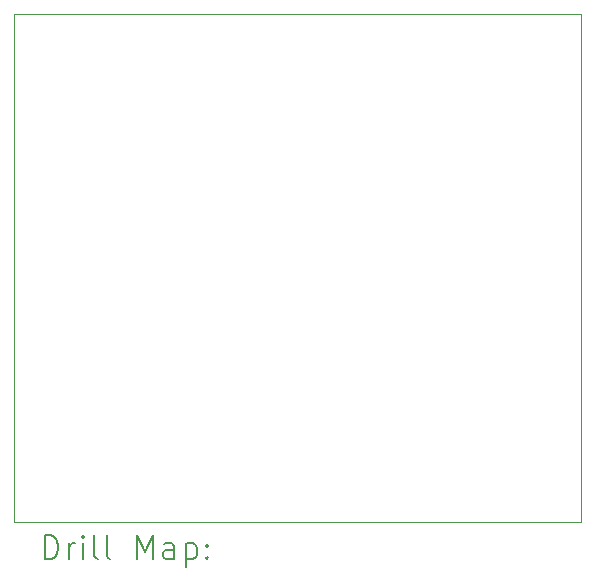
<source format=gbr>
%TF.GenerationSoftware,KiCad,Pcbnew,8.0.5*%
%TF.CreationDate,2024-12-03T21:43:24+01:00*%
%TF.ProjectId,DMH_Mixer_PCB_Conn,444d485f-4d69-4786-9572-5f5043425f43,1*%
%TF.SameCoordinates,Original*%
%TF.FileFunction,Drillmap*%
%TF.FilePolarity,Positive*%
%FSLAX45Y45*%
G04 Gerber Fmt 4.5, Leading zero omitted, Abs format (unit mm)*
G04 Created by KiCad (PCBNEW 8.0.5) date 2024-12-03 21:43:24*
%MOMM*%
%LPD*%
G01*
G04 APERTURE LIST*
%ADD10C,0.050000*%
%ADD11C,0.200000*%
G04 APERTURE END LIST*
D10*
X5100000Y-17450000D02*
X9900000Y-17450000D01*
X9900000Y-21750000D01*
X5100000Y-21750000D01*
X5100000Y-17450000D01*
D11*
X5358277Y-22063984D02*
X5358277Y-21863984D01*
X5358277Y-21863984D02*
X5405896Y-21863984D01*
X5405896Y-21863984D02*
X5434467Y-21873508D01*
X5434467Y-21873508D02*
X5453515Y-21892555D01*
X5453515Y-21892555D02*
X5463039Y-21911603D01*
X5463039Y-21911603D02*
X5472563Y-21949698D01*
X5472563Y-21949698D02*
X5472563Y-21978270D01*
X5472563Y-21978270D02*
X5463039Y-22016365D01*
X5463039Y-22016365D02*
X5453515Y-22035412D01*
X5453515Y-22035412D02*
X5434467Y-22054460D01*
X5434467Y-22054460D02*
X5405896Y-22063984D01*
X5405896Y-22063984D02*
X5358277Y-22063984D01*
X5558277Y-22063984D02*
X5558277Y-21930650D01*
X5558277Y-21968746D02*
X5567801Y-21949698D01*
X5567801Y-21949698D02*
X5577324Y-21940174D01*
X5577324Y-21940174D02*
X5596372Y-21930650D01*
X5596372Y-21930650D02*
X5615420Y-21930650D01*
X5682086Y-22063984D02*
X5682086Y-21930650D01*
X5682086Y-21863984D02*
X5672562Y-21873508D01*
X5672562Y-21873508D02*
X5682086Y-21883031D01*
X5682086Y-21883031D02*
X5691610Y-21873508D01*
X5691610Y-21873508D02*
X5682086Y-21863984D01*
X5682086Y-21863984D02*
X5682086Y-21883031D01*
X5805896Y-22063984D02*
X5786848Y-22054460D01*
X5786848Y-22054460D02*
X5777324Y-22035412D01*
X5777324Y-22035412D02*
X5777324Y-21863984D01*
X5910658Y-22063984D02*
X5891610Y-22054460D01*
X5891610Y-22054460D02*
X5882086Y-22035412D01*
X5882086Y-22035412D02*
X5882086Y-21863984D01*
X6139229Y-22063984D02*
X6139229Y-21863984D01*
X6139229Y-21863984D02*
X6205896Y-22006841D01*
X6205896Y-22006841D02*
X6272562Y-21863984D01*
X6272562Y-21863984D02*
X6272562Y-22063984D01*
X6453515Y-22063984D02*
X6453515Y-21959222D01*
X6453515Y-21959222D02*
X6443991Y-21940174D01*
X6443991Y-21940174D02*
X6424943Y-21930650D01*
X6424943Y-21930650D02*
X6386848Y-21930650D01*
X6386848Y-21930650D02*
X6367801Y-21940174D01*
X6453515Y-22054460D02*
X6434467Y-22063984D01*
X6434467Y-22063984D02*
X6386848Y-22063984D01*
X6386848Y-22063984D02*
X6367801Y-22054460D01*
X6367801Y-22054460D02*
X6358277Y-22035412D01*
X6358277Y-22035412D02*
X6358277Y-22016365D01*
X6358277Y-22016365D02*
X6367801Y-21997317D01*
X6367801Y-21997317D02*
X6386848Y-21987793D01*
X6386848Y-21987793D02*
X6434467Y-21987793D01*
X6434467Y-21987793D02*
X6453515Y-21978270D01*
X6548753Y-21930650D02*
X6548753Y-22130650D01*
X6548753Y-21940174D02*
X6567801Y-21930650D01*
X6567801Y-21930650D02*
X6605896Y-21930650D01*
X6605896Y-21930650D02*
X6624943Y-21940174D01*
X6624943Y-21940174D02*
X6634467Y-21949698D01*
X6634467Y-21949698D02*
X6643991Y-21968746D01*
X6643991Y-21968746D02*
X6643991Y-22025889D01*
X6643991Y-22025889D02*
X6634467Y-22044936D01*
X6634467Y-22044936D02*
X6624943Y-22054460D01*
X6624943Y-22054460D02*
X6605896Y-22063984D01*
X6605896Y-22063984D02*
X6567801Y-22063984D01*
X6567801Y-22063984D02*
X6548753Y-22054460D01*
X6729705Y-22044936D02*
X6739229Y-22054460D01*
X6739229Y-22054460D02*
X6729705Y-22063984D01*
X6729705Y-22063984D02*
X6720182Y-22054460D01*
X6720182Y-22054460D02*
X6729705Y-22044936D01*
X6729705Y-22044936D02*
X6729705Y-22063984D01*
X6729705Y-21940174D02*
X6739229Y-21949698D01*
X6739229Y-21949698D02*
X6729705Y-21959222D01*
X6729705Y-21959222D02*
X6720182Y-21949698D01*
X6720182Y-21949698D02*
X6729705Y-21940174D01*
X6729705Y-21940174D02*
X6729705Y-21959222D01*
M02*

</source>
